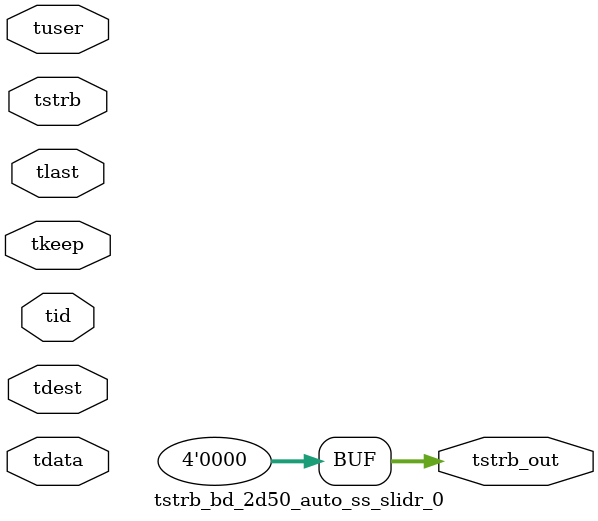
<source format=v>


`timescale 1ps/1ps

module tstrb_bd_2d50_auto_ss_slidr_0 #
(
parameter C_S_AXIS_TDATA_WIDTH = 32,
parameter C_S_AXIS_TUSER_WIDTH = 0,
parameter C_S_AXIS_TID_WIDTH   = 0,
parameter C_S_AXIS_TDEST_WIDTH = 0,
parameter C_M_AXIS_TDATA_WIDTH = 32
)
(
input  [(C_S_AXIS_TDATA_WIDTH == 0 ? 1 : C_S_AXIS_TDATA_WIDTH)-1:0     ] tdata,
input  [(C_S_AXIS_TUSER_WIDTH == 0 ? 1 : C_S_AXIS_TUSER_WIDTH)-1:0     ] tuser,
input  [(C_S_AXIS_TID_WIDTH   == 0 ? 1 : C_S_AXIS_TID_WIDTH)-1:0       ] tid,
input  [(C_S_AXIS_TDEST_WIDTH == 0 ? 1 : C_S_AXIS_TDEST_WIDTH)-1:0     ] tdest,
input  [(C_S_AXIS_TDATA_WIDTH/8)-1:0 ] tkeep,
input  [(C_S_AXIS_TDATA_WIDTH/8)-1:0 ] tstrb,
input                                                                    tlast,
output [(C_M_AXIS_TDATA_WIDTH/8)-1:0 ] tstrb_out
);

assign tstrb_out = {1'b0};

endmodule


</source>
